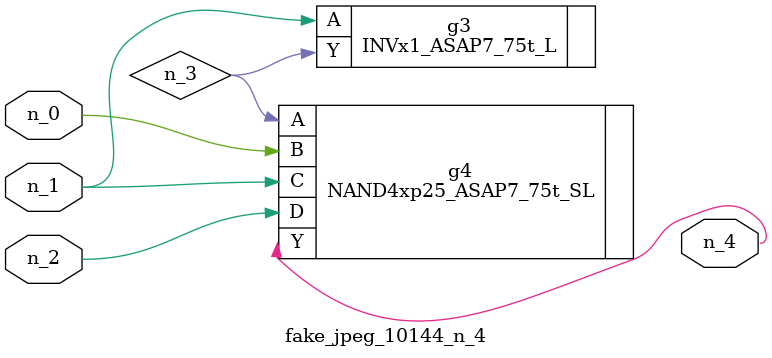
<source format=v>
module fake_jpeg_10144_n_4 (n_0, n_2, n_1, n_4);

input n_0;
input n_2;
input n_1;

output n_4;

wire n_3;

INVx1_ASAP7_75t_L g3 ( 
.A(n_1),
.Y(n_3)
);

NAND4xp25_ASAP7_75t_SL g4 ( 
.A(n_3),
.B(n_0),
.C(n_1),
.D(n_2),
.Y(n_4)
);


endmodule
</source>
